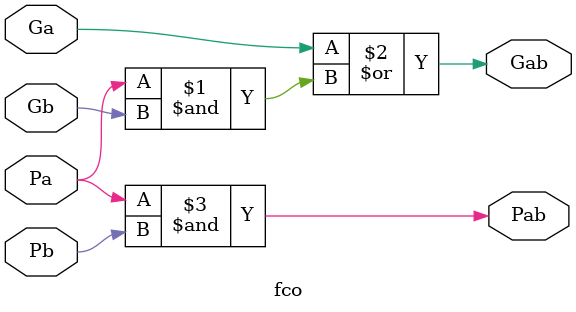
<source format=v>
	module fco ( Ga, Pa, Gb, Pb, Gab, Pab); 
		
		input Ga, Pa, Gb, Pb;
		output Gab, Pab;
		
		assign Gab = Ga | (Pa & Gb);
		assign Pab = Pa & Pb;
	
    endmodule
</source>
